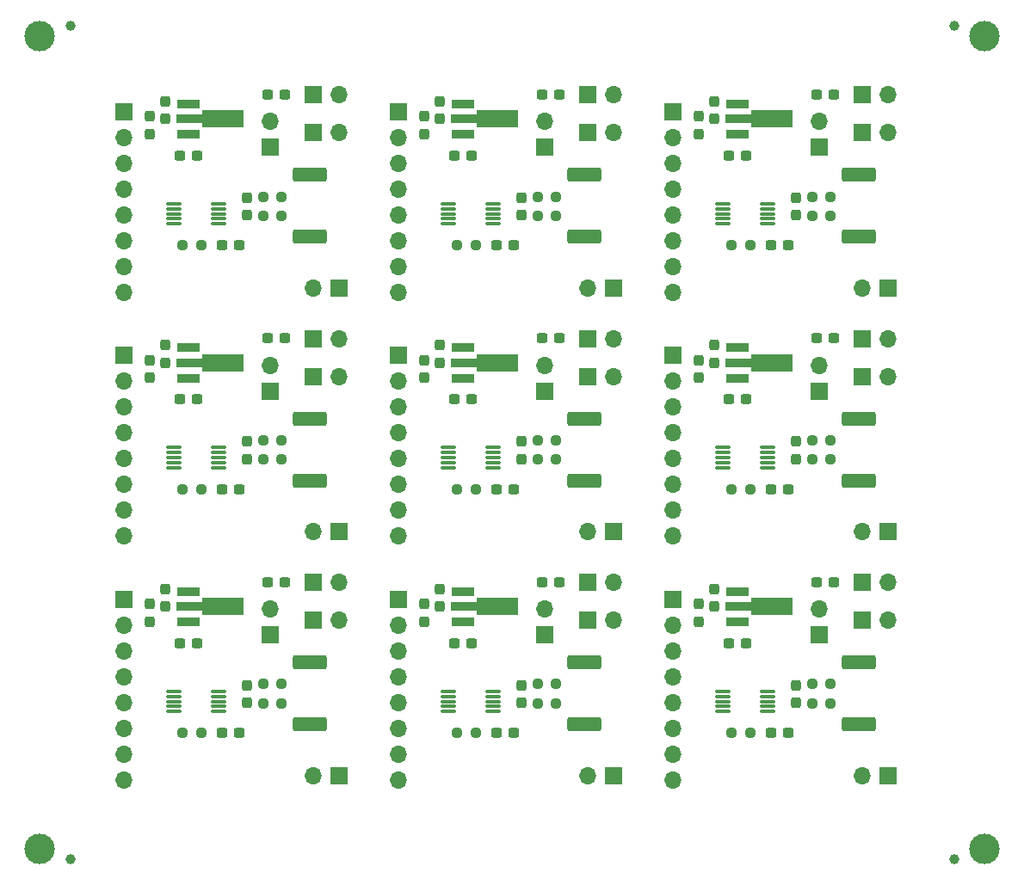
<source format=gts>
G04 #@! TF.GenerationSoftware,KiCad,Pcbnew,6.0.11-2627ca5db0~126~ubuntu22.04.1*
G04 #@! TF.CreationDate,2023-02-05T22:47:26+11:00*
G04 #@! TF.ProjectId,panel,70616e65-6c2e-46b6-9963-61645f706362,rev?*
G04 #@! TF.SameCoordinates,Original*
G04 #@! TF.FileFunction,Soldermask,Top*
G04 #@! TF.FilePolarity,Negative*
%FSLAX46Y46*%
G04 Gerber Fmt 4.6, Leading zero omitted, Abs format (unit mm)*
G04 Created by KiCad (PCBNEW 6.0.11-2627ca5db0~126~ubuntu22.04.1) date 2023-02-05 22:47:26*
%MOMM*%
%LPD*%
G01*
G04 APERTURE LIST*
G04 Aperture macros list*
%AMRoundRect*
0 Rectangle with rounded corners*
0 $1 Rounding radius*
0 $2 $3 $4 $5 $6 $7 $8 $9 X,Y pos of 4 corners*
0 Add a 4 corners polygon primitive as box body*
4,1,4,$2,$3,$4,$5,$6,$7,$8,$9,$2,$3,0*
0 Add four circle primitives for the rounded corners*
1,1,$1+$1,$2,$3*
1,1,$1+$1,$4,$5*
1,1,$1+$1,$6,$7*
1,1,$1+$1,$8,$9*
0 Add four rect primitives between the rounded corners*
20,1,$1+$1,$2,$3,$4,$5,0*
20,1,$1+$1,$4,$5,$6,$7,0*
20,1,$1+$1,$6,$7,$8,$9,0*
20,1,$1+$1,$8,$9,$2,$3,0*%
%AMFreePoly0*
4,1,9,5.362500,-0.866500,1.237500,-0.866500,1.237500,-0.450000,-1.237500,-0.450000,-1.237500,0.450000,1.237500,0.450000,1.237500,0.866500,5.362500,0.866500,5.362500,-0.866500,5.362500,-0.866500,$1*%
G04 Aperture macros list end*
%ADD10RoundRect,0.237500X-0.250000X-0.237500X0.250000X-0.237500X0.250000X0.237500X-0.250000X0.237500X0*%
%ADD11C,3.000000*%
%ADD12RoundRect,0.237500X-0.300000X-0.237500X0.300000X-0.237500X0.300000X0.237500X-0.300000X0.237500X0*%
%ADD13R,1.700000X1.700000*%
%ADD14O,1.700000X1.700000*%
%ADD15RoundRect,0.237500X0.237500X-0.300000X0.237500X0.300000X-0.237500X0.300000X-0.237500X-0.300000X0*%
%ADD16RoundRect,0.237500X0.250000X0.237500X-0.250000X0.237500X-0.250000X-0.237500X0.250000X-0.237500X0*%
%ADD17RoundRect,0.237500X-0.237500X0.300000X-0.237500X-0.300000X0.237500X-0.300000X0.237500X0.300000X0*%
%ADD18R,2.300000X0.900000*%
%ADD19FreePoly0,0.000000*%
%ADD20RoundRect,0.075000X-0.650000X-0.075000X0.650000X-0.075000X0.650000X0.075000X-0.650000X0.075000X0*%
%ADD21RoundRect,0.237500X0.300000X0.237500X-0.300000X0.237500X-0.300000X-0.237500X0.300000X-0.237500X0*%
%ADD22C,1.000000*%
%ADD23RoundRect,0.249999X1.425001X-0.450001X1.425001X0.450001X-1.425001X0.450001X-1.425001X-0.450001X0*%
G04 APERTURE END LIST*
D10*
X150987500Y-42700000D03*
X152812500Y-42700000D03*
D11*
X195000000Y-105000000D03*
D12*
X169797500Y-36780000D03*
X171522500Y-36780000D03*
D13*
X155960000Y-54770000D03*
D14*
X158500000Y-54770000D03*
D15*
X112840000Y-58642500D03*
X112840000Y-56917500D03*
X168380000Y-81155000D03*
X168380000Y-79430000D03*
D16*
X117912500Y-93600000D03*
X116087500Y-93600000D03*
D13*
X185480000Y-97800000D03*
D14*
X182940000Y-97800000D03*
D16*
X171912500Y-45600000D03*
X170087500Y-45600000D03*
D17*
X149400000Y-40900000D03*
X149400000Y-42625000D03*
D16*
X117912500Y-45600000D03*
X116087500Y-45600000D03*
D13*
X182960000Y-78770000D03*
D14*
X185500000Y-78770000D03*
D18*
X143620000Y-31670000D03*
D19*
X143707500Y-33170000D03*
D18*
X143620000Y-34670000D03*
D17*
X149400000Y-64900000D03*
X149400000Y-66625000D03*
D15*
X166840000Y-82642500D03*
X166840000Y-80917500D03*
D20*
X115200000Y-41500000D03*
X115200000Y-42000000D03*
X115200000Y-42500000D03*
X115200000Y-43000000D03*
X115200000Y-43500000D03*
X119600000Y-43500000D03*
X119600000Y-43000000D03*
X119600000Y-42500000D03*
X119600000Y-42000000D03*
X119600000Y-41500000D03*
D13*
X158480000Y-97800000D03*
D14*
X155940000Y-97800000D03*
D16*
X144912500Y-69600000D03*
X143087500Y-69600000D03*
D13*
X151725000Y-59960000D03*
D14*
X151725000Y-57420000D03*
D13*
X124725000Y-35960000D03*
D14*
X124725000Y-33420000D03*
D13*
X158480000Y-49800000D03*
D14*
X155940000Y-49800000D03*
D21*
X148662500Y-69600000D03*
X146937500Y-69600000D03*
D15*
X114380000Y-81155000D03*
X114380000Y-79430000D03*
D12*
X151437500Y-54760000D03*
X153162500Y-54760000D03*
D18*
X170620000Y-31670000D03*
D19*
X170707500Y-33170000D03*
D18*
X170620000Y-34670000D03*
D11*
X195000000Y-25000000D03*
D21*
X148662500Y-93600000D03*
X146937500Y-93600000D03*
D13*
X128925000Y-82500000D03*
D14*
X131465000Y-82500000D03*
D13*
X178725000Y-35960000D03*
D14*
X178725000Y-33420000D03*
D17*
X176400000Y-64900000D03*
X176400000Y-66625000D03*
D15*
X166840000Y-34642500D03*
X166840000Y-32917500D03*
D12*
X124437500Y-78760000D03*
X126162500Y-78760000D03*
D10*
X150987500Y-64800000D03*
X152812500Y-64800000D03*
D13*
X158480000Y-73800000D03*
D14*
X155940000Y-73800000D03*
D15*
X166840000Y-58642500D03*
X166840000Y-56917500D03*
D13*
X124725000Y-83960000D03*
D14*
X124725000Y-81420000D03*
D13*
X151725000Y-83960000D03*
D14*
X151725000Y-81420000D03*
D22*
X192000000Y-106000000D03*
D10*
X177987500Y-90700000D03*
X179812500Y-90700000D03*
D23*
X182600000Y-92750000D03*
X182600000Y-86650000D03*
D16*
X171912500Y-93600000D03*
X170087500Y-93600000D03*
D23*
X182600000Y-68750000D03*
X182600000Y-62650000D03*
D18*
X170620000Y-79670000D03*
D19*
X170707500Y-81170000D03*
D18*
X170620000Y-82670000D03*
D13*
X178725000Y-59960000D03*
D14*
X178725000Y-57420000D03*
D10*
X123987500Y-64800000D03*
X125812500Y-64800000D03*
D23*
X128600000Y-92750000D03*
X128600000Y-86650000D03*
D10*
X150987500Y-90700000D03*
X152812500Y-90700000D03*
D21*
X121662500Y-45600000D03*
X119937500Y-45600000D03*
D11*
X102000000Y-25000000D03*
D20*
X142200000Y-65500000D03*
X142200000Y-66000000D03*
X142200000Y-66500000D03*
X142200000Y-67000000D03*
X142200000Y-67500000D03*
X146600000Y-67500000D03*
X146600000Y-67000000D03*
X146600000Y-66500000D03*
X146600000Y-66000000D03*
X146600000Y-65500000D03*
D21*
X175662500Y-45600000D03*
X173937500Y-45600000D03*
D16*
X171912500Y-69600000D03*
X170087500Y-69600000D03*
D12*
X169797500Y-60780000D03*
X171522500Y-60780000D03*
D13*
X185480000Y-49800000D03*
D14*
X182940000Y-49800000D03*
D12*
X178437500Y-78760000D03*
X180162500Y-78760000D03*
D13*
X178725000Y-83960000D03*
D14*
X178725000Y-81420000D03*
D20*
X169200000Y-41500000D03*
X169200000Y-42000000D03*
X169200000Y-42500000D03*
X169200000Y-43000000D03*
X169200000Y-43500000D03*
X173600000Y-43500000D03*
X173600000Y-43000000D03*
X173600000Y-42500000D03*
X173600000Y-42000000D03*
X173600000Y-41500000D03*
D10*
X150987500Y-66700000D03*
X152812500Y-66700000D03*
D15*
X168380000Y-57155000D03*
X168380000Y-55430000D03*
D13*
X124725000Y-59960000D03*
D14*
X124725000Y-57420000D03*
D21*
X121662500Y-93600000D03*
X119937500Y-93600000D03*
D18*
X116620000Y-55670000D03*
D19*
X116707500Y-57170000D03*
D18*
X116620000Y-58670000D03*
D13*
X182925000Y-34500000D03*
D14*
X185465000Y-34500000D03*
D13*
X128960000Y-54770000D03*
D14*
X131500000Y-54770000D03*
D18*
X116620000Y-31670000D03*
D19*
X116707500Y-33170000D03*
D18*
X116620000Y-34670000D03*
D17*
X122400000Y-40900000D03*
X122400000Y-42625000D03*
D13*
X128960000Y-30770000D03*
D14*
X131500000Y-30770000D03*
D10*
X150987500Y-88800000D03*
X152812500Y-88800000D03*
D13*
X137300000Y-56455000D03*
D14*
X137300000Y-58995000D03*
X137300000Y-61535000D03*
X137300000Y-64075000D03*
X137300000Y-66615000D03*
X137300000Y-69155000D03*
X137300000Y-71695000D03*
X137300000Y-74235000D03*
D15*
X141380000Y-57155000D03*
X141380000Y-55430000D03*
D13*
X155960000Y-30770000D03*
D14*
X158500000Y-30770000D03*
D21*
X175662500Y-69600000D03*
X173937500Y-69600000D03*
X175662500Y-93600000D03*
X173937500Y-93600000D03*
D15*
X114380000Y-57155000D03*
X114380000Y-55430000D03*
D10*
X123987500Y-66700000D03*
X125812500Y-66700000D03*
D18*
X116620000Y-79670000D03*
D19*
X116707500Y-81170000D03*
D18*
X116620000Y-82670000D03*
D13*
X131480000Y-73800000D03*
D14*
X128940000Y-73800000D03*
D10*
X177987500Y-40800000D03*
X179812500Y-40800000D03*
D13*
X155925000Y-82500000D03*
D14*
X158465000Y-82500000D03*
D18*
X143620000Y-79670000D03*
D19*
X143707500Y-81170000D03*
D18*
X143620000Y-82670000D03*
D16*
X144912500Y-93600000D03*
X143087500Y-93600000D03*
D13*
X110300000Y-32455000D03*
D14*
X110300000Y-34995000D03*
X110300000Y-37535000D03*
X110300000Y-40075000D03*
X110300000Y-42615000D03*
X110300000Y-45155000D03*
X110300000Y-47695000D03*
X110300000Y-50235000D03*
D23*
X128600000Y-44750000D03*
X128600000Y-38650000D03*
D13*
X110300000Y-80455000D03*
D14*
X110300000Y-82995000D03*
X110300000Y-85535000D03*
X110300000Y-88075000D03*
X110300000Y-90615000D03*
X110300000Y-93155000D03*
X110300000Y-95695000D03*
X110300000Y-98235000D03*
D13*
X185480000Y-73800000D03*
D14*
X182940000Y-73800000D03*
D20*
X115200000Y-65500000D03*
X115200000Y-66000000D03*
X115200000Y-66500000D03*
X115200000Y-67000000D03*
X115200000Y-67500000D03*
X119600000Y-67500000D03*
X119600000Y-67000000D03*
X119600000Y-66500000D03*
X119600000Y-66000000D03*
X119600000Y-65500000D03*
D12*
X151437500Y-78760000D03*
X153162500Y-78760000D03*
D21*
X148662500Y-45600000D03*
X146937500Y-45600000D03*
D12*
X115797500Y-36780000D03*
X117522500Y-36780000D03*
D16*
X117912500Y-69600000D03*
X116087500Y-69600000D03*
D10*
X123987500Y-88800000D03*
X125812500Y-88800000D03*
D13*
X131480000Y-97800000D03*
D14*
X128940000Y-97800000D03*
D18*
X170620000Y-55670000D03*
D19*
X170707500Y-57170000D03*
D18*
X170620000Y-58670000D03*
D13*
X137300000Y-32455000D03*
D14*
X137300000Y-34995000D03*
X137300000Y-37535000D03*
X137300000Y-40075000D03*
X137300000Y-42615000D03*
X137300000Y-45155000D03*
X137300000Y-47695000D03*
X137300000Y-50235000D03*
D13*
X155925000Y-34500000D03*
D14*
X158465000Y-34500000D03*
D17*
X122400000Y-64900000D03*
X122400000Y-66625000D03*
D15*
X168380000Y-33155000D03*
X168380000Y-31430000D03*
D13*
X110300000Y-56455000D03*
D14*
X110300000Y-58995000D03*
X110300000Y-61535000D03*
X110300000Y-64075000D03*
X110300000Y-66615000D03*
X110300000Y-69155000D03*
X110300000Y-71695000D03*
X110300000Y-74235000D03*
D15*
X141380000Y-33155000D03*
X141380000Y-31430000D03*
D23*
X155600000Y-92750000D03*
X155600000Y-86650000D03*
D13*
X182960000Y-54770000D03*
D14*
X185500000Y-54770000D03*
D15*
X141380000Y-81155000D03*
X141380000Y-79430000D03*
D10*
X177987500Y-64800000D03*
X179812500Y-64800000D03*
D22*
X105000000Y-106000000D03*
D12*
X178437500Y-30760000D03*
X180162500Y-30760000D03*
X142797500Y-60780000D03*
X144522500Y-60780000D03*
D23*
X155600000Y-68750000D03*
X155600000Y-62650000D03*
D13*
X182925000Y-58500000D03*
D14*
X185465000Y-58500000D03*
D10*
X150987500Y-40800000D03*
X152812500Y-40800000D03*
D12*
X124437500Y-30760000D03*
X126162500Y-30760000D03*
D10*
X177987500Y-88800000D03*
X179812500Y-88800000D03*
D12*
X115797500Y-60780000D03*
X117522500Y-60780000D03*
D13*
X155960000Y-78770000D03*
D14*
X158500000Y-78770000D03*
D12*
X142797500Y-84780000D03*
X144522500Y-84780000D03*
D22*
X192000000Y-24000000D03*
D13*
X128925000Y-58500000D03*
D14*
X131465000Y-58500000D03*
D23*
X128600000Y-68750000D03*
X128600000Y-62650000D03*
D11*
X102000000Y-105000000D03*
D13*
X164300000Y-56455000D03*
D14*
X164300000Y-58995000D03*
X164300000Y-61535000D03*
X164300000Y-64075000D03*
X164300000Y-66615000D03*
X164300000Y-69155000D03*
X164300000Y-71695000D03*
X164300000Y-74235000D03*
D10*
X177987500Y-66700000D03*
X179812500Y-66700000D03*
D13*
X182925000Y-82500000D03*
D14*
X185465000Y-82500000D03*
D15*
X139840000Y-82642500D03*
X139840000Y-80917500D03*
X112840000Y-82642500D03*
X112840000Y-80917500D03*
X114380000Y-33155000D03*
X114380000Y-31430000D03*
D10*
X123987500Y-42700000D03*
X125812500Y-42700000D03*
D17*
X122400000Y-88900000D03*
X122400000Y-90625000D03*
D15*
X112840000Y-34642500D03*
X112840000Y-32917500D03*
D16*
X144912500Y-45600000D03*
X143087500Y-45600000D03*
D12*
X124437500Y-54760000D03*
X126162500Y-54760000D03*
D15*
X139840000Y-58642500D03*
X139840000Y-56917500D03*
D10*
X177987500Y-42700000D03*
X179812500Y-42700000D03*
D17*
X176400000Y-40900000D03*
X176400000Y-42625000D03*
D20*
X142200000Y-41500000D03*
X142200000Y-42000000D03*
X142200000Y-42500000D03*
X142200000Y-43000000D03*
X142200000Y-43500000D03*
X146600000Y-43500000D03*
X146600000Y-43000000D03*
X146600000Y-42500000D03*
X146600000Y-42000000D03*
X146600000Y-41500000D03*
D13*
X128960000Y-78770000D03*
D14*
X131500000Y-78770000D03*
D10*
X123987500Y-90700000D03*
X125812500Y-90700000D03*
D18*
X143620000Y-55670000D03*
D19*
X143707500Y-57170000D03*
D18*
X143620000Y-58670000D03*
D17*
X149400000Y-88900000D03*
X149400000Y-90625000D03*
D12*
X178437500Y-54760000D03*
X180162500Y-54760000D03*
D22*
X105000000Y-24000000D03*
D23*
X182600000Y-44750000D03*
X182600000Y-38650000D03*
D12*
X115797500Y-84780000D03*
X117522500Y-84780000D03*
D13*
X151725000Y-35960000D03*
D14*
X151725000Y-33420000D03*
D13*
X155925000Y-58500000D03*
D14*
X158465000Y-58500000D03*
D10*
X123987500Y-40800000D03*
X125812500Y-40800000D03*
D20*
X142200000Y-89500000D03*
X142200000Y-90000000D03*
X142200000Y-90500000D03*
X142200000Y-91000000D03*
X142200000Y-91500000D03*
X146600000Y-91500000D03*
X146600000Y-91000000D03*
X146600000Y-90500000D03*
X146600000Y-90000000D03*
X146600000Y-89500000D03*
D13*
X128925000Y-34500000D03*
D14*
X131465000Y-34500000D03*
D13*
X137300000Y-80455000D03*
D14*
X137300000Y-82995000D03*
X137300000Y-85535000D03*
X137300000Y-88075000D03*
X137300000Y-90615000D03*
X137300000Y-93155000D03*
X137300000Y-95695000D03*
X137300000Y-98235000D03*
D13*
X164300000Y-32455000D03*
D14*
X164300000Y-34995000D03*
X164300000Y-37535000D03*
X164300000Y-40075000D03*
X164300000Y-42615000D03*
X164300000Y-45155000D03*
X164300000Y-47695000D03*
X164300000Y-50235000D03*
D17*
X176400000Y-88900000D03*
X176400000Y-90625000D03*
D13*
X182960000Y-30770000D03*
D14*
X185500000Y-30770000D03*
D21*
X121662500Y-69600000D03*
X119937500Y-69600000D03*
D20*
X169200000Y-65500000D03*
X169200000Y-66000000D03*
X169200000Y-66500000D03*
X169200000Y-67000000D03*
X169200000Y-67500000D03*
X173600000Y-67500000D03*
X173600000Y-67000000D03*
X173600000Y-66500000D03*
X173600000Y-66000000D03*
X173600000Y-65500000D03*
D13*
X131480000Y-49800000D03*
D14*
X128940000Y-49800000D03*
D13*
X164300000Y-80455000D03*
D14*
X164300000Y-82995000D03*
X164300000Y-85535000D03*
X164300000Y-88075000D03*
X164300000Y-90615000D03*
X164300000Y-93155000D03*
X164300000Y-95695000D03*
X164300000Y-98235000D03*
D23*
X155600000Y-44750000D03*
X155600000Y-38650000D03*
D20*
X169200000Y-89500000D03*
X169200000Y-90000000D03*
X169200000Y-90500000D03*
X169200000Y-91000000D03*
X169200000Y-91500000D03*
X173600000Y-91500000D03*
X173600000Y-91000000D03*
X173600000Y-90500000D03*
X173600000Y-90000000D03*
X173600000Y-89500000D03*
X115200000Y-89500000D03*
X115200000Y-90000000D03*
X115200000Y-90500000D03*
X115200000Y-91000000D03*
X115200000Y-91500000D03*
X119600000Y-91500000D03*
X119600000Y-91000000D03*
X119600000Y-90500000D03*
X119600000Y-90000000D03*
X119600000Y-89500000D03*
D15*
X139840000Y-34642500D03*
X139840000Y-32917500D03*
D12*
X151437500Y-30760000D03*
X153162500Y-30760000D03*
X142797500Y-36780000D03*
X144522500Y-36780000D03*
X169797500Y-84780000D03*
X171522500Y-84780000D03*
M02*

</source>
